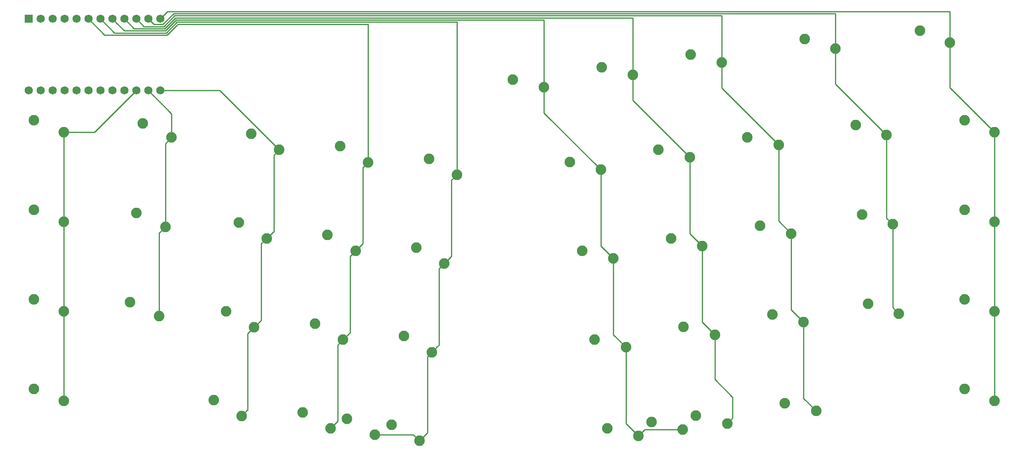
<source format=gbr>
G04 #@! TF.GenerationSoftware,KiCad,Pcbnew,(5.1.4)-1*
G04 #@! TF.CreationDate,2021-09-16T18:12:57-10:00*
G04 #@! TF.ProjectId,oya38split,6f796133-3873-4706-9c69-742e6b696361,rev?*
G04 #@! TF.SameCoordinates,Original*
G04 #@! TF.FileFunction,Copper,L2,Bot*
G04 #@! TF.FilePolarity,Positive*
%FSLAX46Y46*%
G04 Gerber Fmt 4.6, Leading zero omitted, Abs format (unit mm)*
G04 Created by KiCad (PCBNEW (5.1.4)-1) date 2021-09-16 18:12:57*
%MOMM*%
%LPD*%
G04 APERTURE LIST*
%ADD10C,2.250000*%
%ADD11C,1.752600*%
%ADD12R,1.752600X1.752600*%
%ADD13C,0.250000*%
G04 APERTURE END LIST*
D10*
X195223341Y-114901098D03*
X201865043Y-116532630D03*
X54610000Y-52070000D03*
X60960000Y-54610000D03*
X185791038Y-116226722D03*
X192432740Y-117858254D03*
X127056853Y-118918753D03*
X121122150Y-115519723D03*
X242728750Y-33020000D03*
X249078750Y-35560000D03*
X224826519Y-36851405D03*
X218314805Y-34760546D03*
X200692357Y-39748579D03*
X194050655Y-38117047D03*
X175186048Y-40768295D03*
X181827750Y-42399827D03*
X156321441Y-43419543D03*
X162963143Y-45051075D03*
X252253750Y-109220000D03*
X258603750Y-111760000D03*
X214087948Y-112249851D03*
X220729650Y-113881383D03*
X176358735Y-117552346D03*
X183000437Y-119183878D03*
X130554453Y-116845347D03*
X136489156Y-120244377D03*
X111689847Y-114194099D03*
X117624550Y-117593129D03*
X92825240Y-111542852D03*
X98759943Y-114941882D03*
X54610000Y-109220000D03*
X60960000Y-111760000D03*
X252253750Y-90170000D03*
X258603750Y-92710000D03*
X231803185Y-91106901D03*
X238314899Y-93197760D03*
X211436701Y-93385244D03*
X218078403Y-95016776D03*
X192572093Y-96036492D03*
X199213795Y-97668024D03*
X173707487Y-98687739D03*
X180349189Y-100319271D03*
X133205701Y-97980740D03*
X139140404Y-101379770D03*
X114341095Y-95329493D03*
X120275798Y-98728523D03*
X95476487Y-92678245D03*
X101411190Y-96077275D03*
X75072939Y-90752538D03*
X81230289Y-93729304D03*
X54610000Y-90170000D03*
X60960000Y-92710000D03*
X252253750Y-71120000D03*
X258603750Y-73660000D03*
X230474324Y-72103306D03*
X236986038Y-74194165D03*
X208785453Y-74520637D03*
X215427155Y-76152169D03*
X189920847Y-77171884D03*
X196562549Y-78803416D03*
X171056239Y-79823132D03*
X177697941Y-81454664D03*
X135856949Y-79116133D03*
X141791652Y-82515163D03*
X116992341Y-76464885D03*
X122927044Y-79863915D03*
X98127735Y-73813638D03*
X104062438Y-77212668D03*
X82559150Y-74725709D03*
X76401800Y-71748943D03*
X54610000Y-71120000D03*
X60960000Y-73660000D03*
X252253750Y-52070000D03*
X258603750Y-54610000D03*
X229145463Y-53099711D03*
X235657177Y-55190570D03*
X206134206Y-55656030D03*
X212775908Y-57287562D03*
X187269599Y-58307278D03*
X193911301Y-59938810D03*
X168404992Y-60958526D03*
X175046694Y-62590058D03*
X138508196Y-60251526D03*
X144442899Y-63650556D03*
X125578292Y-60999309D03*
X119643589Y-57600279D03*
X100778983Y-54949031D03*
X106713686Y-58348061D03*
X77730661Y-52745348D03*
X83888011Y-55722114D03*
D11*
X53498750Y-45720000D03*
X81438750Y-30480000D03*
X56038750Y-45720000D03*
X58578750Y-45720000D03*
X61118750Y-45720000D03*
X63658750Y-45720000D03*
X66198750Y-45720000D03*
X68738750Y-45720000D03*
X71278750Y-45720000D03*
X73818750Y-45720000D03*
X76358750Y-45720000D03*
X78898750Y-45720000D03*
X81438750Y-45720000D03*
X78898750Y-30480000D03*
X76358750Y-30480000D03*
X73818750Y-30480000D03*
X71278750Y-30480000D03*
X68738750Y-30480000D03*
X66198750Y-30480000D03*
X63658750Y-30480000D03*
X61118750Y-30480000D03*
X58578750Y-30480000D03*
X56038750Y-30480000D03*
D12*
X53498750Y-30480000D03*
D13*
X60960000Y-54610000D02*
X60960000Y-111760000D01*
X67468750Y-54610000D02*
X76358750Y-45720000D01*
X60960000Y-54610000D02*
X67468750Y-54610000D01*
X81230289Y-76054570D02*
X81230289Y-93729304D01*
X82559150Y-74725709D02*
X81230289Y-76054570D01*
X82559150Y-74725709D02*
X82559150Y-57050975D01*
X82559150Y-57050975D02*
X83888011Y-55722114D01*
X83888011Y-55722114D02*
X83888011Y-50709261D01*
X83888011Y-50709261D02*
X78898750Y-45720000D01*
X100012500Y-97475965D02*
X100012500Y-113689325D01*
X101411190Y-96077275D02*
X100012500Y-97475965D01*
X100012500Y-113689325D02*
X99884942Y-113816883D01*
X99884942Y-113816883D02*
X98759943Y-114941882D01*
X102937439Y-78337667D02*
X102937439Y-94551026D01*
X104062438Y-77212668D02*
X102937439Y-78337667D01*
X102937439Y-94551026D02*
X102536189Y-94952276D01*
X102536189Y-94952276D02*
X101411190Y-96077275D01*
X105568750Y-59492997D02*
X105568750Y-75706356D01*
X106713686Y-58348061D02*
X105568750Y-59492997D01*
X105568750Y-75706356D02*
X105187437Y-76087669D01*
X105187437Y-76087669D02*
X104062438Y-77212668D01*
X106713686Y-58348061D02*
X94085625Y-45720000D01*
X94085625Y-45720000D02*
X81438750Y-45720000D01*
X119150799Y-99853522D02*
X119150799Y-116066880D01*
X120275798Y-98728523D02*
X119150799Y-99853522D01*
X119150799Y-116066880D02*
X118749549Y-116468130D01*
X118749549Y-116468130D02*
X117624550Y-117593129D01*
X121802045Y-80988914D02*
X121802045Y-97202276D01*
X122927044Y-79863915D02*
X121802045Y-80988914D01*
X121802045Y-97202276D02*
X121400797Y-97603524D01*
X121400797Y-97603524D02*
X120275798Y-98728523D01*
X124453293Y-62124308D02*
X124453293Y-78337666D01*
X125578292Y-60999309D02*
X124453293Y-62124308D01*
X124453293Y-78337666D02*
X124052043Y-78738916D01*
X124052043Y-78738916D02*
X122927044Y-79863915D01*
X82947375Y-33931356D02*
X84890106Y-31988625D01*
X69650097Y-33931347D02*
X79930116Y-33931347D01*
X79930116Y-33931347D02*
X79930125Y-33931356D01*
X66198750Y-30480000D02*
X69650097Y-33931347D01*
X79930125Y-33931356D02*
X82947375Y-33931356D01*
X85253648Y-31625075D02*
X125578292Y-31625075D01*
X84890106Y-31988617D02*
X85253648Y-31625075D01*
X84890106Y-31988625D02*
X84890106Y-31988617D01*
X125578292Y-31625075D02*
X125578292Y-60999309D01*
X142916651Y-81390164D02*
X141791652Y-82515163D01*
X143317900Y-80988915D02*
X142916651Y-81390164D01*
X143317900Y-64775555D02*
X143317900Y-80988915D01*
X144442899Y-63650556D02*
X143317900Y-64775555D01*
X135163532Y-118918753D02*
X127056853Y-118918753D01*
X136489156Y-120244377D02*
X135163532Y-118918753D01*
X140666653Y-83640162D02*
X140666653Y-99853521D01*
X141791652Y-82515163D02*
X140666653Y-83640162D01*
X140666653Y-99853521D02*
X140265403Y-100254771D01*
X140265403Y-100254771D02*
X139140404Y-101379770D01*
X138188586Y-118544947D02*
X138188586Y-102331588D01*
X136489156Y-120244377D02*
X138188586Y-118544947D01*
X138188586Y-102331588D02*
X139140404Y-101379770D01*
X144442899Y-62059566D02*
X144442899Y-63650556D01*
X144442899Y-31175064D02*
X144442899Y-62059566D01*
X85067249Y-31175064D02*
X144442899Y-31175064D01*
X82760977Y-33481336D02*
X85067249Y-31175064D01*
X71740086Y-33481336D02*
X82760977Y-33481336D01*
X68738750Y-30480000D02*
X71740086Y-33481336D01*
X175046694Y-78803417D02*
X177697941Y-81454664D01*
X175046694Y-62590057D02*
X175046694Y-78803417D01*
X177697941Y-97668023D02*
X180349189Y-100319271D01*
X177697941Y-81454664D02*
X177697941Y-97668023D01*
X180349189Y-116532630D02*
X183000437Y-119183878D01*
X180349189Y-100319271D02*
X180349189Y-116532630D01*
X184326061Y-117858254D02*
X192432740Y-117858254D01*
X183000437Y-119183878D02*
X184326061Y-117858254D01*
X162963143Y-50506507D02*
X162963143Y-45051075D01*
X175046694Y-62590058D02*
X162963143Y-50506507D01*
X72155049Y-31356299D02*
X71278750Y-30480000D01*
X73830075Y-33031325D02*
X72155049Y-31356299D01*
X82574576Y-33031325D02*
X73830075Y-33031325D01*
X84880848Y-30725053D02*
X82574576Y-33031325D01*
X162963143Y-45051075D02*
X162963143Y-30725053D01*
X162963143Y-30725053D02*
X84880848Y-30725053D01*
X193911301Y-76152168D02*
X196562549Y-78803416D01*
X193911301Y-59938810D02*
X193911301Y-76152168D01*
X196562549Y-95016778D02*
X199213795Y-97668024D01*
X196562549Y-78803416D02*
X196562549Y-95016778D01*
X202990042Y-115407631D02*
X201865043Y-116532630D01*
X202990042Y-110975336D02*
X202990042Y-115407631D01*
X199213795Y-107199089D02*
X202990042Y-110975336D01*
X199213795Y-97668024D02*
X199213795Y-107199089D01*
X181827750Y-47855259D02*
X181827750Y-42399827D01*
X193911301Y-59938810D02*
X181827750Y-47855259D01*
X75920064Y-32581314D02*
X73818750Y-30480000D01*
X82388176Y-32581314D02*
X75920064Y-32581314D01*
X84694448Y-30275042D02*
X82388176Y-32581314D01*
X181827750Y-42399827D02*
X181827750Y-30275042D01*
X181827750Y-30275042D02*
X84694448Y-30275042D01*
X212775907Y-73500921D02*
X215427155Y-76152169D01*
X212775907Y-57287562D02*
X212775907Y-73500921D01*
X215427155Y-92365528D02*
X218078403Y-95016776D01*
X215427155Y-76152169D02*
X215427155Y-92365528D01*
X218078403Y-111230136D02*
X220729650Y-113881383D01*
X218078403Y-95016776D02*
X218078403Y-111230136D01*
X200692357Y-45204011D02*
X200692357Y-39748579D01*
X212775908Y-57287562D02*
X200692357Y-45204011D01*
X78010053Y-32131303D02*
X76358750Y-30480000D01*
X82201776Y-32131303D02*
X78010053Y-32131303D01*
X84508048Y-29825031D02*
X82201776Y-32131303D01*
X200692357Y-39748579D02*
X200692357Y-29825031D01*
X200692357Y-29825031D02*
X84508048Y-29825031D01*
X235657177Y-72865304D02*
X236986038Y-74194165D01*
X235657177Y-55190570D02*
X235657177Y-72865304D01*
X236986038Y-91868899D02*
X238314899Y-93197760D01*
X236986038Y-74194165D02*
X236986038Y-91868899D01*
X224826519Y-44359912D02*
X224826519Y-36851405D01*
X235657177Y-55190570D02*
X224826519Y-44359912D01*
X80100051Y-31681301D02*
X78898750Y-30480000D01*
X82015367Y-31681301D02*
X80100051Y-31681301D01*
X84321647Y-29375021D02*
X82015367Y-31681301D01*
X224826519Y-36851405D02*
X224826519Y-29375021D01*
X224826519Y-29375021D02*
X84321647Y-29375021D01*
X258603750Y-54610000D02*
X258603750Y-111760000D01*
X257478751Y-53485001D02*
X258603750Y-54610000D01*
X249078750Y-35560000D02*
X249078750Y-45085000D01*
X249078750Y-45085000D02*
X257478751Y-53485001D01*
X82315049Y-29603701D02*
X81438750Y-30480000D01*
X82993740Y-28925010D02*
X82315049Y-29603701D01*
X249078750Y-35560000D02*
X249078750Y-28925010D01*
X249078750Y-28925010D02*
X82993740Y-28925010D01*
M02*

</source>
